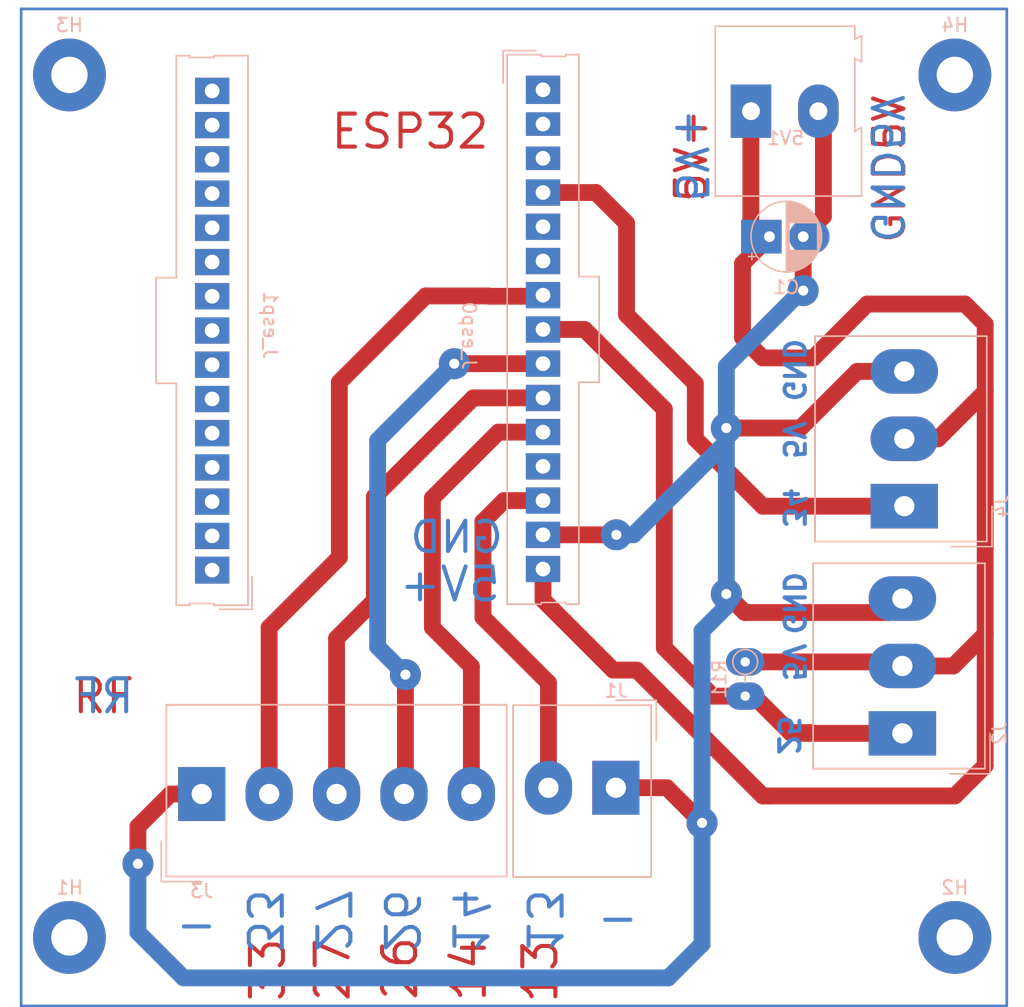
<source format=kicad_pcb>
(kicad_pcb (version 20221018) (generator pcbnew)
  (layers (0 "F.Cu" signal) (31 "B.Cu" signal) (34 "B.Paste" user) (35 "F.Paste" user) (36 "B.SilkS" user "B.Silkscreen") (37 "F.SilkS" user "F.Silkscreen") (38 "B.Mask" user) (39 "F.Mask" user) (44 "Edge.Cuts" user))
  (net 0 "")
  (net 1 "EN")
  (net 2 "VP")
  (net 3 "VN")
  (net 4 "D34")
  (net 5 "D35")
  (net 6 "D32")
  (net 7 "D33")
  (net 8 "D25")
  (net 9 "D26")
  (net 10 "D27")
  (net 11 "D14")
  (net 12 "D12")
  (net 13 "D13")
  (net 14 "3V3")
  (net 15 "GND2")
  (net 16 "D15")
  (net 17 "D2")
  (net 18 "D4")
  (net 19 "RX2")
  (net 20 "TX2")
  (net 21 "D5")
  (net 22 "D18")
  (net 23 "D19")
  (net 24 "D21")
  (net 25 "RX0")
  (net 26 "TX0")
  (net 27 "D22")
  (net 28 "D23")
  (net 29 "5v")
  (net 30 "GND5V")
  (footprint "TerminalBlock_Altech:Altech_AK300_1x03_P5.00mm_45-Degree" (layer "B.Cu") (at 181.67 103 90)
    (fp_text reference "J4" (at 0 7.2 90) (layer "B.SilkS") (effects (justify mirror)))
    (fp_text value "Screw_Terminal_01x03")
    (fp_line (start -3 3.5) (end -3 6.5) (stroke (width 0.12)) (layer "B.SilkS"))
    (fp_line (start -3 6.5) (end 0 6.5) (stroke (width 0.12)) (layer "B.SilkS"))
    (fp_line (start -2.62 -6.62) (end 12.62 -6.62) (stroke (width 0.12)) (layer "B.SilkS"))
    (fp_line (start -2.62 -6.62) (end 12.62 -6.62) (stroke (width 0.12)) (layer "B.SilkS"))
    (fp_line (start -2.62 6.12) (end -2.62 -6.62) (stroke (width 0.12)) (layer "B.SilkS"))
    (fp_line (start -2.62 6.12) (end -2.62 -6.62) (stroke (width 0.12)) (layer "B.SilkS"))
    (fp_line (start -2.62 6.12) (end 12.62 6.12) (stroke (width 0.12)) (layer "B.SilkS"))
    (fp_line (start -2.62 6.12) (end 12.62 6.12) (stroke (width 0.12)) (layer "B.SilkS"))
    (fp_line (start 12.62 6.12) (end 12.62 -6.62) (stroke (width 0.12)) (layer "B.SilkS"))
    (fp_line (start 12.62 6.12) (end 12.62 -6.62) (stroke (width 0.12)) (layer "B.SilkS"))
    (pad "1" thru_hole rect (at 0 0 90) (size 3.3 5) (drill 1.5) (layers "*.Cu" "*.Mask") (net 4 "D34"))
    (pad "2" thru_hole oval (at 5 0 90) (size 3.3 5) (drill 1.5) (layers "*.Cu" "*.Mask") (net 29 "5v"))
    (pad "3" thru_hole oval (at 10 0 90) (size 3.3 5) (drill 1.5) (layers "*.Cu" "*.Mask") (net 30 "GND5V"))
  )
  (footprint "TerminalBlock_Altech:Altech_AK300_1x03_P5.00mm_45-Degree" (layer "B.Cu") (at 181.5275 119.8575 90)
    (fp_text reference "J2" (at 0 7.2 90) (layer "B.SilkS") (effects (justify mirror)))
    (fp_text value "Screw_Terminal_01x03")
    (fp_line (start -3 3.5) (end -3 6.5) (stroke (width 0.12)) (layer "B.SilkS"))
    (fp_line (start -3 6.5) (end 0 6.5) (stroke (width 0.12)) (layer "B.SilkS"))
    (fp_line (start -2.62 -6.62) (end 12.62 -6.62) (stroke (width 0.12)) (layer "B.SilkS"))
    (fp_line (start -2.62 -6.62) (end 12.62 -6.62) (stroke (width 0.12)) (layer "B.SilkS"))
    (fp_line (start -2.62 6.12) (end -2.62 -6.62) (stroke (width 0.12)) (layer "B.SilkS"))
    (fp_line (start -2.62 6.12) (end -2.62 -6.62) (stroke (width 0.12)) (layer "B.SilkS"))
    (fp_line (start -2.62 6.12) (end 12.62 6.12) (stroke (width 0.12)) (layer "B.SilkS"))
    (fp_line (start -2.62 6.12) (end 12.62 6.12) (stroke (width 0.12)) (layer "B.SilkS"))
    (fp_line (start 12.62 6.12) (end 12.62 -6.62) (stroke (width 0.12)) (layer "B.SilkS"))
    (fp_line (start 12.62 6.12) (end 12.62 -6.62) (stroke (width 0.12)) (layer "B.SilkS"))
    (pad "1" thru_hole rect (at 0 0 90) (size 3.3 5) (drill 1.5) (layers "*.Cu" "*.Mask") (net 8 "D25"))
    (pad "2" thru_hole oval (at 5 0 90) (size 3.3 5) (drill 1.5) (layers "*.Cu" "*.Mask") (net 29 "5v"))
    (pad "3" thru_hole oval (at 10 0 90) (size 3.3 5) (drill 1.5) (layers "*.Cu" "*.Mask") (net 30 "GND5V"))
  )
  (footprint "TerminalBlock_Altech:Altech_AK300_1x05_P5.00mm_45-Degree" (layer "B.Cu") (at 129.5625 124.3575)
    (fp_text reference "J3" (at 0 7.2) (layer "B.SilkS") (effects (justify mirror)))
    (fp_text value "Screw_Terminal_01x05")
    (fp_line (start -3 3.5) (end -3 6.5) (stroke (width 0.12)) (layer "B.SilkS"))
    (fp_line (start -3 6.5) (end 0 6.5) (stroke (width 0.12)) (layer "B.SilkS"))
    (fp_line (start -2.62 -6.62) (end 22.62 -6.62) (stroke (width 0.12)) (layer "B.SilkS"))
    (fp_line (start -2.62 -6.62) (end 22.62 -6.62) (stroke (width 0.12)) (layer "B.SilkS"))
    (fp_line (start -2.62 6.12) (end -2.62 -6.62) (stroke (width 0.12)) (layer "B.SilkS"))
    (fp_line (start -2.62 6.12) (end -2.62 -6.62) (stroke (width 0.12)) (layer "B.SilkS"))
    (fp_line (start -2.62 6.12) (end 22.62 6.12) (stroke (width 0.12)) (layer "B.SilkS"))
    (fp_line (start -2.62 6.12) (end 22.62 6.12) (stroke (width 0.12)) (layer "B.SilkS"))
    (fp_line (start 22.62 6.12) (end 22.62 -6.62) (stroke (width 0.12)) (layer "B.SilkS"))
    (fp_line (start 22.62 6.12) (end 22.62 -6.62) (stroke (width 0.12)) (layer "B.SilkS"))
    (pad "1" thru_hole rect (at 0 0) (size 3.5 4) (drill 1.5) (layers "*.Cu" "*.Mask") (net 30 "GND5V"))
    (pad "2" thru_hole oval (at 5 0) (size 3.5 4) (drill 1.5) (layers "*.Cu" "*.Mask") (net 7 "D33"))
    (pad "3" thru_hole oval (at 10 0) (size 3.5 4) (drill 1.5) (layers "*.Cu" "*.Mask") (net 10 "D27"))
    (pad "4" thru_hole oval (at 15 0) (size 3.5 4) (drill 1.5) (layers "*.Cu" "*.Mask") (net 9 "D26"))
    (pad "5" thru_hole oval (at 20 0) (size 3.5 4) (drill 1.5) (layers "*.Cu" "*.Mask") (net 11 "D14"))
  )
  (footprint "MountingHole:MountingHole_2.7mm_M2.5_Pad" (layer "B.Cu") (at 185.42 135 180)
    (fp_text reference "H2" (at 0 3.7) (layer "B.SilkS") (effects (justify mirror)))
    (fp_text value "MountingHole")
    (pad "1" thru_hole circle (at 0 0 180) (size 5.4 5.4) (drill 2.7) (layers "*.Cu" "*.Mask"))
  )
  (footprint "Capacitor_THT:CP_Radial_D5.0mm_P2.50mm" (layer "B.Cu") (at 171.670887 82.999113)
    (fp_text reference "C1" (at 1.25 3.75) (layer "B.SilkS") (effects (justify mirror)))
    (fp_text value "C_Polarized")
    (fp_line (start -1.554775 1.475) (end -1.054775 1.475) (stroke (width 0.12)) (layer "B.SilkS"))
    (fp_line (start -1.304775 1.725) (end -1.304775 1.225) (stroke (width 0.12)) (layer "B.SilkS"))
    (fp_line (start 1.25 2.58) (end 1.25 -2.58) (stroke (width 0.12)) (layer "B.SilkS"))
    (fp_line (start 1.29 2.58) (end 1.29 -2.58) (stroke (width 0.12)) (layer "B.SilkS"))
    (fp_line (start 1.33 2.579) (end 1.33 -2.579) (stroke (width 0.12)) (layer "B.SilkS"))
    (fp_line (start 1.37 2.578) (end 1.37 -2.578) (stroke (width 0.12)) (layer "B.SilkS"))
    (fp_line (start 1.41 2.576) (end 1.41 -2.576) (stroke (width 0.12)) (layer "B.SilkS"))
    (fp_line (start 1.45 2.573) (end 1.45 -2.573) (stroke (width 0.12)) (layer "B.SilkS"))
    (fp_line (start 1.49 -1.04) (end 1.49 -2.569) (stroke (width 0.12)) (layer "B.SilkS"))
    (fp_line (start 1.49 2.569) (end 1.49 1.04) (stroke (width 0.12)) (layer "B.SilkS"))
    (fp_line (start 1.53 -1.04) (end 1.53 -2.565) (stroke (width 0.12)) (layer "B.SilkS"))
    (fp_line (start 1.53 2.565) (end 1.53 1.04) (stroke (width 0.12)) (layer "B.SilkS"))
    (fp_line (start 1.57 -1.04) (end 1.57 -2.561) (stroke (width 0.12)) (layer "B.SilkS"))
    (fp_line (start 1.57 2.561) (end 1.57 1.04) (stroke (width 0.12)) (layer "B.SilkS"))
    (fp_line (start 1.61 -1.04) (end 1.61 -2.556) (stroke (width 0.12)) (layer "B.SilkS"))
    (fp_line (start 1.61 2.556) (end 1.61 1.04) (stroke (width 0.12)) (layer "B.SilkS"))
    (fp_line (start 1.65 -1.04) (end 1.65 -2.55) (stroke (width 0.12)) (layer "B.SilkS"))
    (fp_line (start 1.65 2.55) (end 1.65 1.04) (stroke (width 0.12)) (layer "B.SilkS"))
    (fp_line (start 1.69 -1.04) (end 1.69 -2.543) (stroke (width 0.12)) (layer "B.SilkS"))
    (fp_line (start 1.69 2.543) (end 1.69 1.04) (stroke (width 0.12)) (layer "B.SilkS"))
    (fp_line (start 1.73 -1.04) (end 1.73 -2.536) (stroke (width 0.12)) (layer "B.SilkS"))
    (fp_line (start 1.73 2.536) (end 1.73 1.04) (stroke (width 0.12)) (layer "B.SilkS"))
    (fp_line (start 1.77 -1.04) (end 1.77 -2.528) (stroke (width 0.12)) (layer "B.SilkS"))
    (fp_line (start 1.77 2.528) (end 1.77 1.04) (stroke (width 0.12)) (layer "B.SilkS"))
    (fp_line (start 1.81 -1.04) (end 1.81 -2.52) (stroke (width 0.12)) (layer "B.SilkS"))
    (fp_line (start 1.81 2.52) (end 1.81 1.04) (stroke (width 0.12)) (layer "B.SilkS"))
    (fp_line (start 1.85 -1.04) (end 1.85 -2.511) (stroke (width 0.12)) (layer "B.SilkS"))
    (fp_line (start 1.85 2.511) (end 1.85 1.04) (stroke (width 0.12)) (layer "B.SilkS"))
    (fp_line (start 1.89 -1.04) (end 1.89 -2.501) (stroke (width 0.12)) (layer "B.SilkS"))
    (fp_line (start 1.89 2.501) (end 1.89 1.04) (stroke (width 0.12)) (layer "B.SilkS"))
    (fp_line (start 1.93 -1.04) (end 1.93 -2.491) (stroke (width 0.12)) (layer "B.SilkS"))
    (fp_line (start 1.93 2.491) (end 1.93 1.04) (stroke (width 0.12)) (layer "B.SilkS"))
    (fp_line (start 1.971 -1.04) (end 1.971 -2.48) (stroke (width 0.12)) (layer "B.SilkS"))
    (fp_line (start 1.971 2.48) (end 1.971 1.04) (stroke (width 0.12)) (layer "B.SilkS"))
    (fp_line (start 2.011 -1.04) (end 2.011 -2.468) (stroke (width 0.12)) (layer "B.SilkS"))
    (fp_line (start 2.011 2.468) (end 2.011 1.04) (stroke (width 0.12)) (layer "B.SilkS"))
    (fp_line (start 2.051 -1.04) (end 2.051 -2.455) (stroke (width 0.12)) (layer "B.SilkS"))
    (fp_line (start 2.051 2.455) (end 2.051 1.04) (stroke (width 0.12)) (layer "B.SilkS"))
    (fp_line (start 2.091 -1.04) (end 2.091 -2.442) (stroke (width 0.12)) (layer "B.SilkS"))
    (fp_line (start 2.091 2.442) (end 2.091 1.04) (stroke (width 0.12)) (layer "B.SilkS"))
    (fp_line (start 2.131 -1.04) (end 2.131 -2.428) (stroke (width 0.12)) (layer "B.SilkS"))
    (fp_line (start 2.131 2.428) (end 2.131 1.04) (stroke (width 0.12)) (layer "B.SilkS"))
    (fp_line (start 2.171 -1.04) (end 2.171 -2.414) (stroke (width 0.12)) (layer "B.SilkS"))
    (fp_line (start 2.171 2.414) (end 2.171 1.04) (stroke (width 0.12)) (layer "B.SilkS"))
    (fp_line (start 2.211 -1.04) (end 2.211 -2.398) (stroke (width 0.12)) (layer "B.SilkS"))
    (fp_line (start 2.211 2.398) (end 2.211 1.04) (stroke (width 0.12)) (layer "B.SilkS"))
    (fp_line (start 2.251 -1.04) (end 2.251 -2.382) (stroke (width 0.12)) (layer "B.SilkS"))
    (fp_line (start 2.251 2.382) (end 2.251 1.04) (stroke (width 0.12)) (layer "B.SilkS"))
    (fp_line (start 2.291 -1.04) (end 2.291 -2.365) (stroke (width 0.12)) (layer "B.SilkS"))
    (fp_line (start 2.291 2.365) (end 2.291 1.04) (stroke (width 0.12)) (layer "B.SilkS"))
    (fp_line (start 2.331 -1.04) (end 2.331 -2.348) (stroke (width 0.12)) (layer "B.SilkS"))
    (fp_line (start 2.331 2.348) (end 2.331 1.04) (stroke (width 0.12)) (layer "B.SilkS"))
    (fp_line (start 2.371 -1.04) (end 2.371 -2.329) (stroke (width 0.12)) (layer "B.SilkS"))
    (fp_line (start 2.371 2.329) (end 2.371 1.04) (stroke (width 0.12)) (layer "B.SilkS"))
    (fp_line (start 2.411 -1.04) (end 2.411 -2.31) (stroke (width 0.12)) (layer "B.SilkS"))
    (fp_line (start 2.411 2.31) (end 2.411 1.04) (stroke (width 0.12)) (layer "B.SilkS"))
    (fp_line (start 2.451 -1.04) (end 2.451 -2.29) (stroke (width 0.12)) (layer "B.SilkS"))
    (fp_line (start 2.451 2.29) (end 2.451 1.04) (stroke (width 0.12)) (layer "B.SilkS"))
    (fp_line (start 2.491 -1.04) (end 2.491 -2.268) (stroke (width 0.12)) (layer "B.SilkS"))
    (fp_line (start 2.491 2.268) (end 2.491 1.04) (stroke (width 0.12)) (layer "B.SilkS"))
    (fp_line (start 2.531 -1.04) (end 2.531 -2.247) (stroke (width 0.12)) (layer "B.SilkS"))
    (fp_line (start 2.531 2.247) (end 2.531 1.04) (stroke (width 0.12)) (layer "B.SilkS"))
    (fp_line (start 2.571 -1.04) (end 2.571 -2.224) (stroke (width 0.12)) (layer "B.SilkS"))
    (fp_line (start 2.571 2.224) (end 2.571 1.04) (stroke (width 0.12)) (layer "B.SilkS"))
    (fp_line (start 2.611 -1.04) (end 2.611 -2.2) (stroke (width 0.12)) (layer "B.SilkS"))
    (fp_line (start 2.611 2.2) (end 2.611 1.04) (stroke (width 0.12)) (layer "B.SilkS"))
    (fp_line (start 2.651 -1.04) (end 2.651 -2.175) (stroke (width 0.12)) (layer "B.SilkS"))
    (fp_line (start 2.651 2.175) (end 2.651 1.04) (stroke (width 0.12)) (layer "B.SilkS"))
    (fp_line (start 2.691 -1.04) (end 2.691 -2.149) (stroke (width 0.12)) (layer "B.SilkS"))
    (fp_line (start 2.691 2.149) (end 2.691 1.04) (stroke (width 0.12)) (layer "B.SilkS"))
    (fp_line (start 2.731 -1.04) (end 2.731 -2.122) (stroke (width 0.12)) (layer "B.SilkS"))
    (fp_line (start 2.731 2.122) (end 2.731 1.04) (stroke (width 0.12)) (layer "B.SilkS"))
    (fp_line (start 2.771 -1.04) (end 2.771 -2.095) (stroke (width 0.12)) (layer "B.SilkS"))
    (fp_line (start 2.771 2.095) (end 2.771 1.04) (stroke (width 0.12)) (layer "B.SilkS"))
    (fp_line (start 2.811 -1.04) (end 2.811 -2.065) (stroke (width 0.12)) (layer "B.SilkS"))
    (fp_line (start 2.811 2.065) (end 2.811 1.04) (stroke (width 0.12)) (layer "B.SilkS"))
    (fp_line (start 2.851 -1.04) (end 2.851 -2.035) (stroke (width 0.12)) (layer "B.SilkS"))
    (fp_line (start 2.851 2.035) (end 2.851 1.04) (stroke (width 0.12)) (layer "B.SilkS"))
    (fp_line (start 2.891 -1.04) (end 2.891 -2.004) (stroke (width 0.12)) (layer "B.SilkS"))
    (fp_line (start 2.891 2.004) (end 2.891 1.04) (stroke (width 0.12)) (layer "B.SilkS"))
    (fp_line (start 2.931 -1.04) (end 2.931 -1.971) (stroke (width 0.12)) (layer "B.SilkS"))
    (fp_line (start 2.931 1.971) (end 2.931 1.04) (stroke (width 0.12)) (layer "B.SilkS"))
    (fp_line (start 2.971 -1.04) (end 2.971 -1.937) (stroke (width 0.12)) (layer "B.SilkS"))
    (fp_line (start 2.971 1.937) (end 2.971 1.04) (stroke (width 0.12)) (layer "B.SilkS"))
    (fp_line (start 3.011 -1.04) (end 3.011 -1.901) (stroke (width 0.12)) (layer "B.SilkS"))
    (fp_line (start 3.011 1.901) (end 3.011 1.04) (stroke (width 0.12)) (layer "B.SilkS"))
    (fp_line (start 3.051 -1.04) (end 3.051 -1.864) (stroke (width 0.12)) (layer "B.SilkS"))
    (fp_line (start 3.051 1.864) (end 3.051 1.04) (stroke (width 0.12)) (layer "B.SilkS"))
    (fp_line (start 3.091 -1.04) (end 3.091 -1.826) (stroke (width 0.12)) (layer "B.SilkS"))
    (fp_line (start 3.091 1.826) (end 3.091 1.04) (stroke (width 0.12)) (layer "B.SilkS"))
    (fp_line (start 3.131 -1.04) (end 3.131 -1.785) (stroke (width 0.12)) (layer "B.SilkS"))
    (fp_line (start 3.131 1.785) (end 3.131 1.04) (stroke (width 0.12)) (layer "B.SilkS"))
    (fp_line (start 3.171 -1.04) (end 3.171 -1.743) (stroke (width 0.12)) (layer "B.SilkS"))
    (fp_line (start 3.171 1.743) (end 3.171 1.04) (stroke (width 0.12)) (layer "B.SilkS"))
    (fp_line (start 3.211 -1.04) (end 3.211 -1.699) (stroke (width 0.12)) (layer "B.SilkS"))
    (fp_line (start 3.211 1.699) (end 3.211 1.04) (stroke (width 0.12)) (layer "B.SilkS"))
    (fp_line (start 3.251 -1.04) (end 3.251 -1.653) (stroke (width 0.12)) (layer "B.SilkS"))
    (fp_line (start 3.251 1.653) (end 3.251 1.04) (stroke (width 0.12)) (layer "B.SilkS"))
    (fp_line (start 3.291 -1.04) (end 3.291 -1.605) (stroke (width 0.12)) (layer "B.SilkS"))
    (fp_line (start 3.291 1.605) (end 3.291 1.04) (stroke (width 0.12)) (layer "B.SilkS"))
    (fp_line (start 3.331 -1.04) (end 3.331 -1.554) (stroke (width 0.12)) (layer "B.SilkS"))
    (fp_line (start 3.331 1.554) (end 3.331 1.04) (stroke (width 0.12)) (layer "B.SilkS"))
    (fp_line (start 3.371 -1.04) (end 3.371 -1.5) (stroke (width 0.12)) (layer "B.SilkS"))
    (fp_line (start 3.371 1.5) (end 3.371 1.04) (stroke (width 0.12)) (layer "B.SilkS"))
    (fp_line (start 3.411 -1.04) (end 3.411 -1.443) (stroke (width 0.12)) (layer "B.SilkS"))
    (fp_line (start 3.411 1.443) (end 3.411 1.04) (stroke (width 0.12)) (layer "B.SilkS"))
    (fp_line (start 3.451 -1.04) (end 3.451 -1.383) (stroke (width 0.12)) (layer "B.SilkS"))
    (fp_line (start 3.451 1.383) (end 3.451 1.04) (stroke (width 0.12)) (layer "B.SilkS"))
    (fp_line (start 3.491 -1.04) (end 3.491 -1.319) (stroke (width 0.12)) (layer "B.SilkS"))
    (fp_line (start 3.491 1.319) (end 3.491 1.04) (stroke (width 0.12)) (layer "B.SilkS"))
    (fp_line (start 3.531 -1.04) (end 3.531 -1.251) (stroke (width 0.12)) (layer "B.SilkS"))
    (fp_line (start 3.531 1.251) (end 3.531 1.04) (stroke (width 0.12)) (layer "B.SilkS"))
    (fp_line (start 3.571 1.178) (end 3.571 -1.178) (stroke (width 0.12)) (layer "B.SilkS"))
    (fp_line (start 3.611 1.098) (end 3.611 -1.098) (stroke (width 0.12)) (layer "B.SilkS"))
    (fp_line (start 3.651 1.011) (end 3.651 -1.011) (stroke (width 0.12)) (layer "B.SilkS"))
    (fp_line (start 3.691 0.915) (end 3.691 -0.915) (stroke (width 0.12)) (layer "B.SilkS"))
    (fp_line (start 3.731 0.805) (end 3.731 -0.805) (stroke (width 0.12)) (layer "B.SilkS"))
    (fp_line (start 3.771 0.677) (end 3.771 -0.677) (stroke (width 0.12)) (layer "B.SilkS"))
    (fp_line (start 3.811 0.518) (end 3.811 -0.518) (stroke (width 0.12)) (layer "B.SilkS"))
    (fp_line (start 3.851 0.284) (end 3.851 -0.284) (stroke (width 0.12)) (layer "B.SilkS"))
    (fp_circle (center 1.25 0) (end 3.87 0) (stroke (width 0.12)) (fill none) (layer "B.SilkS"))
    (pad "1" thru_hole rect (at 0 0) (size 3 2.5) (drill 0.8 (offset -0.6 0)) (layers "*.Cu" "*.Mask") (net 29 "5v"))
    (pad "2" thru_hole oval (at 2.5 0) (size 3 2.5) (drill 0.8 (offset 0.45 0)) (layers "*.Cu" "*.Mask") (net 30 "GND5V"))
  )
  (footprint "MountingHole:MountingHole_2.7mm_M2.5_Pad" (layer "B.Cu") (at 119.75 71 180)
    (fp_text reference "H3" (at 0 3.7) (layer "B.SilkS") (effects (justify mirror)))
    (fp_text value "MountingHole")
    (pad "1" thru_hole circle (at 0 0 180) (size 5.4 5.4) (drill 2.7) (layers "*.Cu" "*.Mask"))
  )
  (footprint "esp32:Connector_Molex_Molex_SL_171971-0015_1x15_P2.54mm_Vertical_squares" (layer "B.Cu") (at 146.725 90.345 -90)
    (fp_text reference "J_esp0" (at 0 -2.6675 -90 unlocked) (layer "B.SilkS") (effects (justify mirror)))
    (fp_text value "Conn_01x15_Female")
    (fp_line (start -21.15 -7.6) (end -21.15 -5.19) (stroke (width 0.12)) (layer "B.SilkS"))
    (fp_line (start -21.15 -5.19) (end -18.74 -5.19) (stroke (width 0.12)) (layer "B.SilkS"))
    (fp_line (start -20.85 -10.81) (end -4.38 -10.81) (stroke (width 0.12)) (layer "B.SilkS"))
    (fp_line (start -20.85 -9.83) (end -20.85 -10.81) (stroke (width 0.12)) (layer "B.SilkS"))
    (fp_line (start -20.85 -8.02) (end -20.72 -8.02) (stroke (width 0.12)) (layer "B.SilkS"))
    (fp_line (start -20.85 -5.49) (end -20.85 -8.02) (stroke (width 0.12)) (layer "B.SilkS"))
    (fp_line (start -20.72 -9.83) (end -20.85 -9.83) (stroke (width 0.12)) (layer "B.SilkS"))
    (fp_line (start -20.72 -8.02) (end -20.72 -9.83) (stroke (width 0.12)) (layer "B.SilkS"))
    (fp_line (start -4.38 -12.31) (end 3.46 -12.31) (stroke (width 0.12)) (layer "B.SilkS"))
    (fp_line (start -4.38 -10.81) (end -4.38 -12.31) (stroke (width 0.12)) (layer "B.SilkS"))
    (fp_line (start 3.46 -12.31) (end 3.46 -10.81) (stroke (width 0.12)) (layer "B.SilkS"))
    (fp_line (start 3.46 -10.81) (end 19.93 -10.81) (stroke (width 0.12)) (layer "B.SilkS"))
    (fp_line (start 19.8 -9.83) (end 19.8 -8.02) (stroke (width 0.12)) (layer "B.SilkS"))
    (fp_line (start 19.8 -8.02) (end 19.93 -8.02) (stroke (width 0.12)) (layer "B.SilkS"))
    (fp_line (start 19.93 -10.81) (end 19.93 -9.83) (stroke (width 0.12)) (layer "B.SilkS"))
    (fp_line (start 19.93 -9.83) (end 19.8 -9.83) (stroke (width 0.12)) (layer "B.SilkS"))
    (fp_line (start 19.93 -8.02) (end 19.93 -5.49) (stroke (width 0.12)) (layer "B.SilkS"))
    (fp_line (start 19.93 -5.49) (end -20.85 -5.49) (stroke (width 0.12)) (layer "B.SilkS"))
    (pad "1" thru_hole rect (at -18.24 -8.15 270) (size 2.1 2.54) (drill 1.09) (layers "*.Cu" "*.Mask") (net 1 "EN"))
    (pad "2" thru_hole rect (at -15.7 -8.15 270) (size 1.74 2.54) (drill 1.09) (layers "*.Cu" "*.Mask") (net 2 "VP"))
    (pad "3" thru_hole rect (at -13.16 -8.15 270) (size 1.74 2.54) (drill 1.09) (layers "*.Cu" "*.Mask") (net 3 "VN"))
    (pad "4" thru_hole rect (at -10.62 -8.15 270) (size 1.95 2.54) (drill 1.09) (layers "*.Cu" "*.Mask") (net 4 "D34"))
    (pad "5" thru_hole rect (at -8.08 -8.15 270) (size 1.95 2.54) (drill 1.09) (layers "*.Cu" "*.Mask") (net 5 "D35"))
    (pad "6" thru_hole rect (at -5.54 -8.15 270) (size 1.95 2.54) (drill 1.09) (layers "*.Cu" "*.Mask") (net 6 "D32"))
    (pad "7" thru_hole rect (at -3 -8.15 270) (size 1.95 2.54) (drill 1.09) (layers "*.Cu" "*.Mask") (net 7 "D33"))
    (pad "8" thru_hole rect (at -0.46 -8.15 270) (size 1.95 2.54) (drill 1.09) (layers "*.Cu" "*.Mask") (net 8 "D25"))
    (pad "9" thru_hole rect (at 2.08 -8.15 270) (size 1.95 2.54) (drill 1.09) (layers "*.Cu" "*.Mask") (net 9 "D26"))
    (pad "10" thru_hole rect (at 4.62 -8.15 270) (size 1.95 2.54) (drill 1.09) (layers "*.Cu" "*.Mask") (net 10 "D27"))
    (pad "11" thru_hole rect (at 7.16 -8.15 270) (size 1.95 2.54) (drill 1.09) (layers "*.Cu" "*.Mask") (net 11 "D14"))
    (pad "12" thru_hole rect (at 9.7 -8.15 270) (size 1.95 2.54) (drill 1.09) (layers "*.Cu" "*.Mask") (net 12 "D12"))
    (pad "13" thru_hole rect (at 12.24 -8.15 270) (size 1.95 2.54) (drill 1.09) (layers "*.Cu" "*.Mask") (net 13 "D13"))
    (pad "14" thru_hole rect (at 14.78 -8.15 270) (size 1.95 2.54) (drill 1.09) (layers "*.Cu" "*.Mask") (net 30 "GND5V"))
    (pad "15" thru_hole rect (at 17.32 -8.15 270) (size 1.95 2.54) (drill 1.09) (layers "*.Cu" "*.Mask") (net 29 "5v"))
  )
  (footprint "TerminalBlock:TerminalBlock_Altech_AK300-2_P5.00mm" (layer "B.Cu") (at 170.2982 73.688063)
    (fp_text reference "5V1" (at 2.565 2) (layer "B.SilkS") (effects (justify mirror)))
    (fp_text value "Screw_Terminal_01x02")
    (fp_line (start -2.65 -6.3) (end 7.7 -6.3) (stroke (width 0.12)) (layer "B.SilkS"))
    (fp_line (start -2.65 6.3) (end -2.65 -6.3) (stroke (width 0.12)) (layer "B.SilkS"))
    (fp_line (start 7.7 -6.3) (end 7.7 -5.35) (stroke (width 0.12)) (layer "B.SilkS"))
    (fp_line (start 7.7 -5.35) (end 8.2 -5.6) (stroke (width 0.12)) (layer "B.SilkS"))
    (fp_line (start 7.7 -3.9) (end 7.7 1.5) (stroke (width 0.12)) (layer "B.SilkS"))
    (fp_line (start 7.7 1.5) (end 8.2 1.2) (stroke (width 0.12)) (layer "B.SilkS"))
    (fp_line (start 8.2 -5.6) (end 8.2 -3.7) (stroke (width 0.12)) (layer "B.SilkS"))
    (fp_line (start 8.2 -3.7) (end 8.2 -3.65) (stroke (width 0.12)) (layer "B.SilkS"))
    (fp_line (start 8.2 -3.65) (end 7.7 -3.9) (stroke (width 0.12)) (layer "B.SilkS"))
    (fp_line (start 8.2 1.2) (end 8.2 6.3) (stroke (width 0.12)) (layer "B.SilkS"))
    (fp_line (start 8.2 6.3) (end -2.65 6.3) (stroke (width 0.12)) (layer "B.SilkS"))
    (pad "1" thru_hole rect (at 0 0) (size 3 3.96) (drill 1.32) (layers "*.Cu" "*.Mask") (net 29 "5v"))
    (pad "2" thru_hole oval (at 5 0) (size 3 3.96) (drill 1.32) (layers "*.Cu" "*.Mask") (net 30 "GND5V"))
  )
  (footprint "MountingHole:MountingHole_2.7mm_M2.5_Pad" (layer "B.Cu") (at 185.42 71 180)
    (fp_text reference "H4" (at 0 3.7) (layer "B.SilkS") (effects (justify mirror)))
    (fp_text value "MountingHole")
    (pad "1" thru_hole circle (at 0 0 180) (size 5.4 5.4) (drill 2.7) (layers "*.Cu" "*.Mask"))
  )
  (footprint "MountingHole:MountingHole_2.7mm_M2.5_Pad" (layer "B.Cu") (at 119.75 135 180)
    (fp_text reference "H1" (at 0 3.7) (layer "B.SilkS") (effects (justify mirror)))
    (fp_text value "MountingHole")
    (pad "1" thru_hole circle (at 0 0 180) (size 5.4 5.4) (drill 2.7) (layers "*.Cu" "*.Mask"))
  )
  (footprint "TerminalBlock_Altech:Altech_AK300_1x02_P5.00mm_45-Degree" (layer "B.Cu") (at 160.2775 123.8925 180)
    (fp_text reference "J1" (at 0 7.2) (layer "B.SilkS") (effects (justify mirror)))
    (fp_text value "Screw_Terminal_01x02")
    (fp_line (start -3 3.5) (end -3 6.5) (stroke (width 0.12)) (layer "B.SilkS"))
    (fp_line (start -3 6.5) (end 0 6.5) (stroke (width 0.12)) (layer "B.SilkS"))
    (fp_line (start -2.62 -6.62) (end 7.62 -6.62) (stroke (width 0.12)) (layer "B.SilkS"))
    (fp_line (start -2.62 -6.62) (end 7.62 -6.62) (stroke (width 0.12)) (layer "B.SilkS"))
    (fp_line (start -2.62 6.12) (end -2.62 -6.62) (stroke (width 0.12)) (layer "B.SilkS"))
    (fp_line (start -2.62 6.12) (end -2.62 -6.62) (stroke (width 0.12)) (layer "B.SilkS"))
    (fp_line (start -2.62 6.12) (end 7.62 6.12) (stroke (width 0.12)) (layer "B.SilkS"))
    (fp_line (start -2.62 6.12) (end 7.62 6.12) (stroke (width 0.12)) (layer "B.SilkS"))
    (fp_line (start 7.62 6.12) (end 7.62 -6.62) (stroke (width 0.12)) (layer "B.SilkS"))
    (fp_line (start 7.62 6.12) (end 7.62 -6.62) (stroke (width 0.12)) (layer "B.SilkS"))
    (pad "1" thru_hole rect (at 0 0 180) (size 3.5 4) (drill 1.5) (layers "*.Cu" "*.Mask") (net 30 "GND5V"))
    (pad "2" thru_hole oval (at 5 0 180) (size 3.5 4) (drill 1.5) (layers "*.Cu" "*.Mask") (net 13 "D13"))
  )
  (footprint "Resistor_THT:R_Axial_DIN0204_L3.6mm_D1.6mm_P2.54mm_Vertical" (layer "B.Cu") (at 169.87 114.55475 -90)
    (fp_text reference "R11" (at 1.27 1.92 90) (layer "B.SilkS") (effects (justify mirror)))
    (fp_text value "4.7k")
    (fp_line (start 0.92 0) (end 1.54 0) (stroke (width 0.12)) (layer "B.SilkS"))
    (fp_circle (center 0 0) (end 0.92 0) (stroke (width 0.12)) (fill none) (layer "B.SilkS"))
    (pad "1" thru_hole oval (at 0 0 270) (size 2.025 2.85) (drill 0.7) (layers "*.Cu" "*.Mask") (net 29 "5v"))
    (pad "2" thru_hole oval (at 2.54 0 270) (size 2.025 2.85) (drill 0.7) (layers "*.Cu" "*.Mask") (net 8 "D25"))
  )
  (footprint "esp32:Connector_Molex_Molex_SL_171971-0015_1x15_P2.54mm_Vertical_squares" (layer "B.Cu") (at 138.4845 89.504 90)
    (fp_text reference "J_esp1" (at -0.06 -3.8375 270 unlocked) (layer "B.SilkS") (effects (justify mirror)))
    (fp_text value "Conn_01x15_Female")
    (fp_line (start -21.15 -7.6) (end -21.15 -5.19) (stroke (width 0.12)) (layer "B.SilkS"))
    (fp_line (start -21.15 -5.19) (end -18.74 -5.19) (stroke (width 0.12)) (layer "B.SilkS"))
    (fp_line (start -20.85 -10.81) (end -4.38 -10.81) (stroke (width 0.12)) (layer "B.SilkS"))
    (fp_line (start -20.85 -9.83) (end -20.85 -10.81) (stroke (width 0.12)) (layer "B.SilkS"))
    (fp_line (start -20.85 -8.02) (end -20.72 -8.02) (stroke (width 0.12)) (layer "B.SilkS"))
    (fp_line (start -20.85 -5.49) (end -20.85 -8.02) (stroke (width 0.12)) (layer "B.SilkS"))
    (fp_line (start -20.72 -9.83) (end -20.85 -9.83) (stroke (width 0.12)) (layer "B.SilkS"))
    (fp_line (start -20.72 -8.02) (end -20.72 -9.83) (stroke (width 0.12)) (layer "B.SilkS"))
    (fp_line (start -4.38 -12.31) (end 3.46 -12.31) (stroke (width 0.12)) (layer "B.SilkS"))
    (fp_line (start -4.38 -10.81) (end -4.38 -12.31) (stroke (width 0.12)) (layer "B.SilkS"))
    (fp_line (start 3.46 -12.31) (end 3.46 -10.81) (stroke (width 0.12)) (layer "B.SilkS"))
    (fp_line (start 3.46 -10.81) (end 19.93 -10.81) (stroke (width 0.12)) (layer "B.SilkS"))
    (fp_line (start 19.8 -9.83) (end 19.8 -8.02) (stroke (width 0.12)) (layer "B.SilkS"))
    (fp_line (start 19.8 -8.02) (end 19.93 -8.02) (stroke (width 0.12)) (layer "B.SilkS"))
    (fp_line (start 19.93 -10.81) (end 19.93 -9.83) (stroke (width 0.12)) (layer "B.SilkS"))
    (fp_line (start 19.93 -9.83) (end 19.8 -9.83) (stroke (width 0.12)) (layer "B.SilkS"))
    (fp_line (start 19.93 -8.02) (end 19.93 -5.49) (stroke (width 0.12)) (layer "B.SilkS"))
    (fp_line (start 19.93 -5.49) (end -20.85 -5.49) (stroke (width 0.12)) (layer "B.SilkS"))
    (pad "1" thru_hole rect (at -18.24 -8.15 90) (size 2 2.54) (drill 1.09) (layers "*.Cu" "*.Mask") (net 14 "3V3"))
    (pad "2" thru_hole rect (at -15.7 -8.15 90) (size 1.95 2.54) (drill 1.09) (layers "*.Cu" "*.Mask") (net 15 "GND2"))
    (pad "3" thru_hole rect (at -13.16 -8.15 90) (size 1.95 2.54) (drill 1.09) (layers "*.Cu" "*.Mask") (net 16 "D15"))
    (pad "4" thru_hole rect (at -10.62 -8.15 90) (size 1.95 2.54) (drill 1.09) (layers "*.Cu" "*.Mask") (net 17 "D2"))
    (pad "5" thru_hole rect (at -8.08 -8.15 90) (size 1.95 2.54) (drill 1.09) (layers "*.Cu" "*.Mask") (net 18 "D4"))
    (pad "6" thru_hole rect (at -5.54 -8.15 90) (size 1.95 2.54) (drill 1.09) (layers "*.Cu" "*.Mask") (net 19 "RX2"))
    (pad "7" thru_hole rect (at -3 -8.15 90) (size 1.95 2.54) (drill 1.09) (layers "*.Cu" "*.Mask") (net 20 "TX2"))
    (pad "8" thru_hole rect (at -0.46 -8.15 90) (size 1.95 2.54) (drill 1.09) (layers "*.Cu" "*.Mask") (net 21 "D5"))
    (pad "9" thru_hole rect (at 2.08 -8.15 90) (size 1.95 2.54) (drill 1.09) (layers "*.Cu" "*.Mask") (net 22 "D18"))
    (pad "10" thru_hole rect (at 4.62 -8.15 90) (size 1.95 2.54) (drill 1.09) (layers "*.Cu" "*.Mask") (net 23 "D19"))
    (pad "11" thru_hole rect (at 7.16 -8.15 90) (size 1.95 2.54) (drill 1.09) (layers "*.Cu" "*.Mask") (net 24 "D21"))
    (pad "12" thru_hole rect (at 9.7 -8.15 90) (size 1.95 2.54) (drill 1.09) (layers "*.Cu" "*.Mask") (net 25 "RX0"))
    (pad "13" thru_hole rect (at 12.24 -8.15 90) (size 1.95 2.54) (drill 1.09) (layers "*.Cu" "*.Mask") (net 26 "TX0"))
    (pad "14" thru_hole rect (at 14.78 -8.15 90) (size 1.95 2.54) (drill 1.09) (layers "*.Cu" "*.Mask") (net 27 "D22"))
    (pad "15" thru_hole rect (at 17.32 -8.15 90) (size 1.95 2.54) (drill 1.09) (layers "*.Cu" "*.Mask") (net 28 "D23"))
  )
  (gr_rect (start 116.17 140.085) (end 189.27 66.1) (stroke (width 0.2)) (fill none) (layer "B.Cu"))
  (gr_text "ESP32" (at 145.0096 75.2) (layer "F.Cu") (effects (font (size 2.45 2.45) (thickness 0.3))))
  (gr_text "26" (at 144.27 137.3 90) (layer "F.Cu") (effects (font (size 2.45 2.45) (thickness 0.3))))
  (gr_text "RF" (at 122.29 117.1) (layer "F.Cu") (effects (font (size 2.45 2.45) (thickness 0.3))))
  (gr_text "27" (at 139.27 137.4 90) (layer "F.Cu") (effects (font (size 2.45 2.45) (thickness 0.3))))
  (gr_text "33" (at 134.47 137.4 90) (layer "F.Cu") (effects (font (size 2.45 2.45) (thickness 0.3))))
  (gr_text "13" (at 154.67 137.5 90) (layer "F.Cu") (effects (font (size 2.45 2.45) (thickness 0.3))))
  (gr_text "GND5V" (at 180.57 78 90) (layer "F.Cu") (effects (font (size 2.25 2.25) (thickness 0.3))))
  (gr_text "14" (at 149.37 137.4 90) (layer "F.Cu") (effects (font (size 2.45 2.45) (thickness 0.3))))
  (gr_text "5V+" (at 165.87 77 90) (layer "F.Cu") (effects (font (size 2.25 2.25) (thickness 0.3))))
  (gr_text "13" (at 154.92 133.75 -90) (layer "B.Cu") (effects (font (size 2.45 2.45) (thickness 0.3)) (justify mirror)))
  (gr_text "5V" (at 173.47 98.1 270) (layer "B.Cu") (effects (font (size 1.5 1.5) (thickness 0.3)) (justify mirror)))
  (gr_text "14" (at 149.42 133.75 -90) (layer "B.Cu") (effects (font (size 2.45 2.45) (thickness 0.3)) (justify mirror)))
  (gr_text "GND" (at 173.47 110.2 270) (layer "B.Cu") (effects (font (size 1.5 1.5) (thickness 0.3)) (justify mirror)))
  (gr_text "GND5V" (at 180.342 77.962863 -90) (layer "B.Cu") (effects (font (size 2.25 2.25) (thickness 0.3)) (justify mirror)))
  (gr_text "GND" (at 173.47 92.9 270) (layer "B.Cu") (effects (font (size 1.5 1.5) (thickness 0.3)) (justify mirror)))
  (gr_text "26" (at 144.336667 133.75 -90) (layer "B.Cu") (effects (font (size 2.45 2.45) (thickness 0.3)) (justify mirror)))
  (gr_text "34" (at 173.47 103.1 270) (layer "B.Cu") (effects (font (size 1.5 1.5) (thickness 0.3)) (justify mirror)))
  (gr_text "25" (at 173.07 120 270) (layer "B.Cu") (effects (font (size 1.5 1.5) (thickness 0.3)) (justify mirror)))
  (gr_text "33" (at 134.17 133.75 -90) (layer "B.Cu") (effects (font (size 2.45 2.45) (thickness 0.3)) (justify mirror)))
  (gr_text "-" (at 129.17 134) (layer "B.Cu") (effects (font (size 2.45 2.45) (thickness 0.3)) (justify mirror)))
  (gr_text "27" (at 139.253334 133.75 -90) (layer "B.Cu") (effects (font (size 2.45 2.45) (thickness 0.3)) (justify mirror)))
  (gr_text "5V+" (at 165.842 76.962863 -90) (layer "B.Cu") (effects (font (size 2.25 2.25) (thickness 0.3)) (justify mirror)))
  (gr_text "-" (at 160.42 133.5) (layer "B.Cu") (effects (font (size 2.45 2.45) (thickness 0.3)) (justify mirror)))
  (gr_text "GND" (at 148.47 105.3) (layer "B.Cu") (effects (font (size 2.25 2.25) (thickness 0.3)) (justify mirror)))
  (gr_text "5V+\n" (at 147.97 108.8) (layer "B.Cu") (effects (font (size 2.45 2.45) (thickness 0.3)) (justify mirror)))
  (gr_text "RF" (at 122.265 117.1) (layer "B.Cu") (effects (font (size 2.45 2.45) (thickness 0.3)) (justify mirror)))
  (gr_text "5V" (at 173.47 114.6 270) (layer "B.Cu") (effects (font (size 1.5 1.5) (thickness 0.3)) (justify mirror)))
  (segment (start 154.875 79.725) (end 158.795 79.725) (width 1.25) (layer "F.Cu") (net 4))
  (segment (start 171.17 103) (end 181.67 103) (width 1.25) (layer "F.Cu") (net 4))
  (segment (start 161.07 82) (end 161.07 88.8) (width 1.25) (layer "F.Cu") (net 4))
  (segment (start 161.07 88.8) (end 166.17 93.9) (width 1.25) (layer "F.Cu") (net 4))
  (segment (start 166.17 93.9) (end 166.17 98) (width 1.25) (layer "F.Cu") (net 4))
  (segment (start 158.795 79.725) (end 161.07 82) (width 1.25) (layer "F.Cu") (net 4))
  (segment (start 166.17 98) (end 171.17 103) (width 1.25) (layer "F.Cu") (net 4))
  (segment (start 150.8652 87.4212) (end 154.7988 87.4212) (width 1.25) (layer "F.Cu") (net 7))
  (segment (start 139.77 106.8) (end 139.77 93.8) (width 1.25) (layer "F.Cu") (net 7))
  (segment (start 139.77 93.8) (end 146.17 87.4) (width 1.25) (layer "F.Cu") (net 7))
  (segment (start 146.17 87.4) (end 150.87 87.4) (width 1.25) (layer "F.Cu") (net 7))
  (segment (start 134.5625 112.0075) (end 139.77 106.8) (width 1.25) (layer "F.Cu") (net 7))
  (segment (start 154.7988 87.4212) (end 154.875 87.345) (width 1.25) (layer "F.Cu") (net 7))
  (segment (start 134.5625 112.0075) (end 134.5625 124.3575) (width 1.25) (layer "F.Cu") (net 7))
  (segment (start 169.87 117.09475) (end 170.51475 117.09475) (width 1.25) (layer "F.Cu") (net 8))
  (segment (start 170.51475 117.09475) (end 173.22 119.8) (width 1.25) (layer "F.Cu") (net 8))
  (segment (start 157.955 89.885) (end 154.875 89.885) (width 1.25) (layer "F.Cu") (net 8))
  (segment (start 167.46475 117.09475) (end 163.87 113.5) (width 1.25) (layer "F.Cu") (net 8))
  (segment (start 173.7775 119.8575) (end 181.5275 119.8575) (width 1.25) (layer "F.Cu") (net 8))
  (segment (start 163.87 113.5) (end 163.87 95.8) (width 1.25) (layer "F.Cu") (net 8))
  (segment (start 169.87 117.09475) (end 167.46475 117.09475) (width 1.25) (layer "F.Cu") (net 8))
  (segment (start 173.22 119.8) (end 174.77 119.8) (width 1.25) (layer "F.Cu") (net 8))
  (segment (start 163.87 95.8) (end 157.955 89.885) (width 1.25) (layer "F.Cu") (net 8))
  (segment (start 144.67 115.5) (end 144.67 124.25) (width 1.25) (layer "F.Cu") (net 9))
  (segment (start 148.295 92.425) (end 154.875 92.425) (width 1.25) (layer "F.Cu") (net 9))
  (segment (start 144.67 124.25) (end 144.5625 124.3575) (width 1.25) (layer "F.Cu") (net 9))
  (via (at 148.295 92.425) (size 2.3) (drill 0.75) (layers "F.Cu" "B.Cu") (net 9))
  (via (at 144.67 115.5) (size 2.3) (drill 0.75) (layers "F.Cu" "B.Cu") (net 9))
  (segment (start 142.61 113.44) (end 142.61 98.11) (width 1.25) (layer "B.Cu") (net 9))
  (segment (start 142.61 98.11) (end 148.295 92.425) (width 1.25) (layer "B.Cu") (net 9))
  (segment (start 144.67 115.5) (end 144.67 115.25) (width 1.25) (layer "B.Cu") (net 9))
  (segment (start 144.67 115.5) (end 142.61 113.44) (width 1.25) (layer "B.Cu") (net 9))
  (segment (start 142.37 102.3) (end 149.705 94.965) (width 1.25) (layer "F.Cu") (net 10))
  (segment (start 139.5625 112.8075) (end 142.37 110) (width 1.25) (layer "F.Cu") (net 10))
  (segment (start 142.37 110) (end 142.37 102.3) (width 1.25) (layer "F.Cu") (net 10))
  (segment (start 139.5625 112.8075) (end 139.5625 124.3575) (width 1.25) (layer "F.Cu") (net 10))
  (segment (start 149.705 94.965) (end 154.875 94.965) (width 1.25) (layer "F.Cu") (net 10))
  (segment (start 146.67 102.4) (end 146.67 112) (width 1.25) (layer "F.Cu") (net 11))
  (segment (start 154.875 97.505) (end 151.565 97.505) (width 1.25) (layer "F.Cu") (net 11))
  (segment (start 149.5625 114.8925) (end 149.5625 124.3575) (width 1.25) (layer "F.Cu") (net 11))
  (segment (start 146.67 112) (end 149.5625 114.8925) (width 1.25) (layer "F.Cu") (net 11))
  (segment (start 151.565 97.505) (end 146.67 102.4) (width 1.25) (layer "F.Cu") (net 11))
  (segment (start 150.42 111.25) (end 150.42 104.15) (width 1.25) (layer "F.Cu") (net 13))
  (segment (start 150.42 104.15) (end 151.985 102.585) (width 1.25) (layer "F.Cu") (net 13))
  (segment (start 155.2775 116.1075) (end 155.2775 123.8925) (width 1.25) (layer "F.Cu") (net 13))
  (segment (start 155.2775 116.1075) (end 150.42 111.25) (width 1.25) (layer "F.Cu") (net 13))
  (segment (start 151.985 102.585) (end 154.875 102.585) (width 1.25) (layer "F.Cu") (net 13))
  (segment (start 130.3325 84.886) (end 130.3345 84.884) (width 1.25) (layer "F.Cu") (net 23))
  (segment (start 187.67 112.5) (end 185.3125 114.8575) (width 1.25) (layer "F.Cu") (net 29))
  (segment (start 181.22475 114.55475) (end 181.5275 114.8575) (width 1.25) (layer "F.Cu") (net 29))
  (segment (start 187.67 122.25) (end 185.42 124.5) (width 1.25) (layer "F.Cu") (net 29))
  (segment (start 161.828 115.158) (end 160.078 115.158) (width 1.25) (layer "F.Cu") (net 29))
  (segment (start 181.67 98) (end 184.17 98) (width 1.25) (layer "F.Cu") (net 29))
  (segment (start 171.17 92) (end 174.92 92) (width 1.25) (layer "F.Cu") (net 29))
  (segment (start 171.17 124.5) (end 161.828 115.158) (width 1.25) (layer "F.Cu") (net 29))
  (segment (start 171.670887 82.999113) (end 169.67 85) (width 1.25) (layer "F.Cu") (net 29))
  (segment (start 178.92 88) (end 186.17 88) (width 1.25) (layer "F.Cu") (net 29))
  (segment (start 187.67 112.5) (end 187.67 122.25) (width 1.25) (layer "F.Cu") (net 29))
  (segment (start 187.67 89.5) (end 187.67 94.5) (width 1.25) (layer "F.Cu") (net 29))
  (segment (start 170.289 81.682113) (end 170.289 73.697263) (width 1.25) (layer "F.Cu") (net 29))
  (segment (start 171.67 124.5) (end 171.17 124.5) (width 1.25) (layer "F.Cu") (net 29))
  (segment (start 169.87 114.55475) (end 181.22475 114.55475) (width 1.25) (layer "F.Cu") (net 29))
  (segment (start 160.078 115.158) (end 154.875 109.955) (width 1.25) (layer "F.Cu") (net 29))
  (segment (start 185.42 124.5) (end 171.67 124.5) (width 1.25) (layer "F.Cu") (net 29))
  (segment (start 186.17 88) (end 187.67 89.5) (width 1.25) (layer "F.Cu") (net 29))
  (segment (start 185.3125 114.8575) (end 181.5275 114.8575) (width 1.25) (layer "F.Cu") (net 29))
  (segment (start 169.67 90.5) (end 171.17 92) (width 1.25) (layer "F.Cu") (net 29))
  (segment (start 154.875 109.955) (end 154.875 107.665) (width 1.25) (layer "F.Cu") (net 29))
  (segment (start 169.67 85) (end 169.67 90.5) (width 1.25) (layer "F.Cu") (net 29))
  (segment (start 154.67 107.87) (end 154.875 107.665) (width 1.25) (layer "F.Cu") (net 29))
  (segment (start 181.21975 114.54975) (end 181.5275 114.8575) (width 1.25) (layer "F.Cu") (net 29))
  (segment (start 184.17 98) (end 187.67 94.5) (width 1.25) (layer "F.Cu") (net 29))
  (segment (start 174.92 92) (end 178.92 88) (width 1.25) (layer "F.Cu") (net 29))
  (segment (start 187.67 94.5) (end 187.67 112.5) (width 1.25) (layer "F.Cu") (net 29))
  (segment (start 175.67 81.5) (end 174.170887 82.999113) (width 1.25) (layer "F.Cu") (net 30))
  (segment (start 168.47 97.2) (end 173.97 97.2) (width 1.25) (layer "F.Cu") (net 30))
  (segment (start 173.97 97.2) (end 178.17 93) (width 1.25) (layer "F.Cu") (net 30))
  (segment (start 164.0625 123.8925) (end 166.67 126.5) (width 1.25) (layer "F.Cu") (net 30))
  (segment (start 175.67 81.5) (end 175.67 74.059863) (width 1.25) (layer "F.Cu") (net 30))
  (segment (start 180.494 110.891) (end 181.5275 109.8575) (width 1.25) (layer "F.Cu") (net 30))
  (segment (start 160.314 105.125) (end 154.875 105.125) (width 1.25) (layer "F.Cu") (net 30))
  (segment (start 124.83 129.54) (end 124.83 126.775) (width 1.25) (layer "F.Cu") (net 30))
  (segment (start 168.47 109.519) (end 169.842 110.891) (width 1.25) (layer "F.Cu") (net 30))
  (segment (start 127.2475 124.3575) (end 129.5625 124.3575) (width 1.25) (layer "F.Cu") (net 30))
  (segment (start 174.170887 87.000887) (end 174.170887 82.999113) (width 1.25) (layer "F.Cu") (net 30))
  (segment (start 178.17 93) (end 181.67 93) (width 1.25) (layer "F.Cu") (net 30))
  (segment (start 169.842 110.891) (end 180.494 110.891) (width 1.25) (layer "F.Cu") (net 30))
  (segment (start 160.2775 123.8925) (end 164.0625 123.8925) (width 1.25) (layer "F.Cu") (net 30))
  (segment (start 124.83 126.775) (end 127.2475 124.3575) (width 1.25) (layer "F.Cu") (net 30))
  (via (at 168.47 97.2) (size 2.3) (drill 0.75) (layers "F.Cu" "B.Cu") (net 30))
  (via (at 174.170887 87.000887) (size 2.3) (drill 0.75) (layers "F.Cu" "B.Cu") (net 30))
  (via (at 160.314 105.125) (size 2.3) (drill 0.75) (layers "F.Cu" "B.Cu") (net 30))
  (via (at 168.47 109.519) (size 2.3) (drill 0.75) (layers "F.Cu" "B.Cu") (net 30))
  (via (at 124.83 129.54) (size 2.3) (drill 0.75) (layers "F.Cu" "B.Cu") (net 30))
  (via (at 166.67 126.5) (size 2.3) (drill 0.75) (layers "F.Cu" "B.Cu") (net 30))
  (segment (start 159.37 124.8) (end 159.37 125.1) (width 1.25) (layer "B.Cu") (net 30))
  (segment (start 124.83 134.62) (end 128.21 138) (width 1.25) (layer "B.Cu") (net 30))
  (segment (start 168.47 109.519) (end 168.47 97.2) (width 1.25) (layer "B.Cu") (net 30))
  (segment (start 166.67 135.5) (end 164.17 138) (width 1.25) (layer "B.Cu") (net 30))
  (segment (start 174.069113 87.000887) (end 168.47 92.6) (width 1.25) (layer "B.Cu") (net 30))
  (segment (start 161.584 105.125) (end 160.314 105.125) (width 1.25) (layer "B.Cu") (net 30))
  (segment (start 124.83 129.54) (end 124.83 134.62) (width 1.25) (layer "B.Cu") (net 30))
  (segment (start 174.170887 87.000887) (end 174.069113 87.000887) (width 1.25) (layer "B.Cu") (net 30))
  (segment (start 128.21 138) (end 133.67 138) (width 1.25) (layer "B.Cu") (net 30))
  (segment (start 168.47 109.519) (end 168.47 110.45) (width 1.25) (layer "B.Cu") (net 30))
  (segment (start 160.2775 123.8925) (end 159.37 124.8) (width 1.25) (layer "B.Cu") (net 30))
  (segment (start 168.47 98.239) (end 161.584 105.125) (width 1.25) (layer "B.Cu") (net 30))
  (segment (start 168.47 110.45) (end 166.67 112.25) (width 1.25) (layer "B.Cu") (net 30))
  (segment (start 168.47 92.661) (end 168.47 97.2) (width 1.25) (layer "B.Cu") (net 30))
  (segment (start 164.17 138) (end 132.9186 138) (width 1.25) (layer "B.Cu") (net 30))
  (segment (start 168.47 97.2) (end 168.47 98.239) (width 1.25) (layer "B.Cu") (net 30))
  (segment (start 166.67 112.25) (end 166.67 135.5) (width 1.25) (layer "B.Cu") (net 30))
)
</source>
